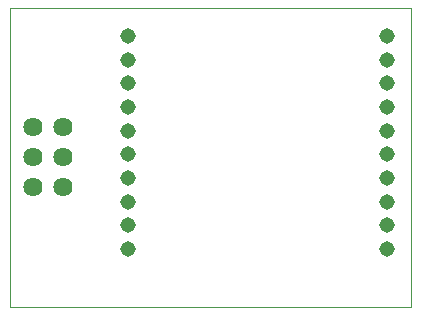
<source format=gtl>
G75*
G70*
%OFA0B0*%
%FSLAX24Y24*%
%IPPOS*%
%LPD*%
%AMOC8*
5,1,8,0,0,1.08239X$1,22.5*
%
%ADD10C,0.0000*%
%ADD11C,0.0640*%
%ADD12C,0.0515*%
D10*
X000717Y006913D02*
X000717Y016909D01*
X014087Y016909D01*
X014087Y006913D01*
X000717Y006913D01*
D11*
X001467Y010913D03*
X002467Y010913D03*
X002467Y011913D03*
X001467Y011913D03*
X001467Y012913D03*
X002467Y012913D03*
D12*
X004636Y012807D03*
X004636Y013594D03*
X004636Y014381D03*
X004636Y015169D03*
X004636Y015956D03*
X004636Y012019D03*
X004636Y011232D03*
X004636Y010444D03*
X004636Y009657D03*
X004636Y008870D03*
X013297Y008870D03*
X013297Y009657D03*
X013297Y010444D03*
X013297Y011232D03*
X013297Y012019D03*
X013297Y012807D03*
X013297Y013594D03*
X013297Y014381D03*
X013297Y015169D03*
X013297Y015956D03*
M02*

</source>
